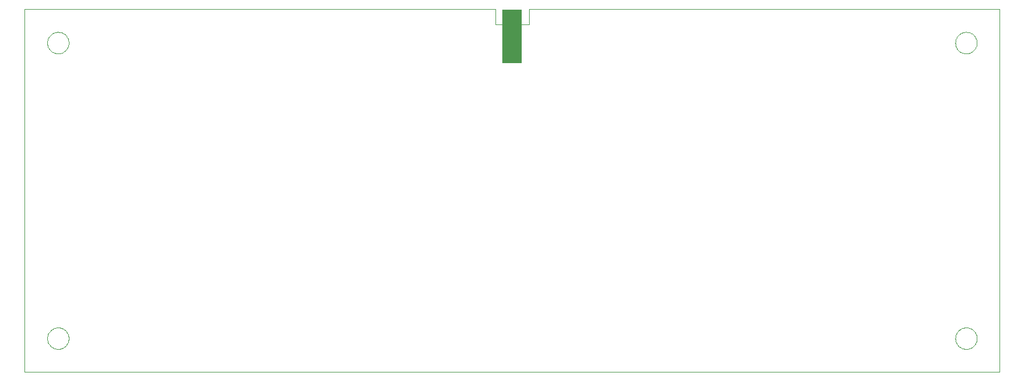
<source format=gbp>
G75*
G70*
%OFA0B0*%
%FSLAX24Y24*%
%IPPOS*%
%LPD*%
%AMOC8*
5,1,8,0,0,1.08239X$1,22.5*
%
%ADD10C,0.0000*%
%ADD11R,0.1181X0.3150*%
D10*
X000232Y000101D02*
X000232Y021361D01*
X027791Y021361D01*
X027791Y020455D01*
X029759Y020455D01*
X029759Y021361D01*
X057318Y021361D01*
X057318Y000101D01*
X000232Y000101D01*
X001570Y002069D02*
X001572Y002119D01*
X001578Y002169D01*
X001588Y002218D01*
X001602Y002266D01*
X001619Y002313D01*
X001640Y002358D01*
X001665Y002402D01*
X001693Y002443D01*
X001725Y002482D01*
X001759Y002519D01*
X001796Y002553D01*
X001836Y002583D01*
X001878Y002610D01*
X001922Y002634D01*
X001968Y002655D01*
X002015Y002671D01*
X002063Y002684D01*
X002113Y002693D01*
X002162Y002698D01*
X002213Y002699D01*
X002263Y002696D01*
X002312Y002689D01*
X002361Y002678D01*
X002409Y002663D01*
X002455Y002645D01*
X002500Y002623D01*
X002543Y002597D01*
X002584Y002568D01*
X002623Y002536D01*
X002659Y002501D01*
X002691Y002463D01*
X002721Y002423D01*
X002748Y002380D01*
X002771Y002336D01*
X002790Y002290D01*
X002806Y002242D01*
X002818Y002193D01*
X002826Y002144D01*
X002830Y002094D01*
X002830Y002044D01*
X002826Y001994D01*
X002818Y001945D01*
X002806Y001896D01*
X002790Y001848D01*
X002771Y001802D01*
X002748Y001758D01*
X002721Y001715D01*
X002691Y001675D01*
X002659Y001637D01*
X002623Y001602D01*
X002584Y001570D01*
X002543Y001541D01*
X002500Y001515D01*
X002455Y001493D01*
X002409Y001475D01*
X002361Y001460D01*
X002312Y001449D01*
X002263Y001442D01*
X002213Y001439D01*
X002162Y001440D01*
X002113Y001445D01*
X002063Y001454D01*
X002015Y001467D01*
X001968Y001483D01*
X001922Y001504D01*
X001878Y001528D01*
X001836Y001555D01*
X001796Y001585D01*
X001759Y001619D01*
X001725Y001656D01*
X001693Y001695D01*
X001665Y001736D01*
X001640Y001780D01*
X001619Y001825D01*
X001602Y001872D01*
X001588Y001920D01*
X001578Y001969D01*
X001572Y002019D01*
X001570Y002069D01*
X001570Y019392D02*
X001572Y019442D01*
X001578Y019492D01*
X001588Y019541D01*
X001602Y019589D01*
X001619Y019636D01*
X001640Y019681D01*
X001665Y019725D01*
X001693Y019766D01*
X001725Y019805D01*
X001759Y019842D01*
X001796Y019876D01*
X001836Y019906D01*
X001878Y019933D01*
X001922Y019957D01*
X001968Y019978D01*
X002015Y019994D01*
X002063Y020007D01*
X002113Y020016D01*
X002162Y020021D01*
X002213Y020022D01*
X002263Y020019D01*
X002312Y020012D01*
X002361Y020001D01*
X002409Y019986D01*
X002455Y019968D01*
X002500Y019946D01*
X002543Y019920D01*
X002584Y019891D01*
X002623Y019859D01*
X002659Y019824D01*
X002691Y019786D01*
X002721Y019746D01*
X002748Y019703D01*
X002771Y019659D01*
X002790Y019613D01*
X002806Y019565D01*
X002818Y019516D01*
X002826Y019467D01*
X002830Y019417D01*
X002830Y019367D01*
X002826Y019317D01*
X002818Y019268D01*
X002806Y019219D01*
X002790Y019171D01*
X002771Y019125D01*
X002748Y019081D01*
X002721Y019038D01*
X002691Y018998D01*
X002659Y018960D01*
X002623Y018925D01*
X002584Y018893D01*
X002543Y018864D01*
X002500Y018838D01*
X002455Y018816D01*
X002409Y018798D01*
X002361Y018783D01*
X002312Y018772D01*
X002263Y018765D01*
X002213Y018762D01*
X002162Y018763D01*
X002113Y018768D01*
X002063Y018777D01*
X002015Y018790D01*
X001968Y018806D01*
X001922Y018827D01*
X001878Y018851D01*
X001836Y018878D01*
X001796Y018908D01*
X001759Y018942D01*
X001725Y018979D01*
X001693Y019018D01*
X001665Y019059D01*
X001640Y019103D01*
X001619Y019148D01*
X001602Y019195D01*
X001588Y019243D01*
X001578Y019292D01*
X001572Y019342D01*
X001570Y019392D01*
X054720Y019392D02*
X054722Y019442D01*
X054728Y019492D01*
X054738Y019541D01*
X054752Y019589D01*
X054769Y019636D01*
X054790Y019681D01*
X054815Y019725D01*
X054843Y019766D01*
X054875Y019805D01*
X054909Y019842D01*
X054946Y019876D01*
X054986Y019906D01*
X055028Y019933D01*
X055072Y019957D01*
X055118Y019978D01*
X055165Y019994D01*
X055213Y020007D01*
X055263Y020016D01*
X055312Y020021D01*
X055363Y020022D01*
X055413Y020019D01*
X055462Y020012D01*
X055511Y020001D01*
X055559Y019986D01*
X055605Y019968D01*
X055650Y019946D01*
X055693Y019920D01*
X055734Y019891D01*
X055773Y019859D01*
X055809Y019824D01*
X055841Y019786D01*
X055871Y019746D01*
X055898Y019703D01*
X055921Y019659D01*
X055940Y019613D01*
X055956Y019565D01*
X055968Y019516D01*
X055976Y019467D01*
X055980Y019417D01*
X055980Y019367D01*
X055976Y019317D01*
X055968Y019268D01*
X055956Y019219D01*
X055940Y019171D01*
X055921Y019125D01*
X055898Y019081D01*
X055871Y019038D01*
X055841Y018998D01*
X055809Y018960D01*
X055773Y018925D01*
X055734Y018893D01*
X055693Y018864D01*
X055650Y018838D01*
X055605Y018816D01*
X055559Y018798D01*
X055511Y018783D01*
X055462Y018772D01*
X055413Y018765D01*
X055363Y018762D01*
X055312Y018763D01*
X055263Y018768D01*
X055213Y018777D01*
X055165Y018790D01*
X055118Y018806D01*
X055072Y018827D01*
X055028Y018851D01*
X054986Y018878D01*
X054946Y018908D01*
X054909Y018942D01*
X054875Y018979D01*
X054843Y019018D01*
X054815Y019059D01*
X054790Y019103D01*
X054769Y019148D01*
X054752Y019195D01*
X054738Y019243D01*
X054728Y019292D01*
X054722Y019342D01*
X054720Y019392D01*
X054720Y002069D02*
X054722Y002119D01*
X054728Y002169D01*
X054738Y002218D01*
X054752Y002266D01*
X054769Y002313D01*
X054790Y002358D01*
X054815Y002402D01*
X054843Y002443D01*
X054875Y002482D01*
X054909Y002519D01*
X054946Y002553D01*
X054986Y002583D01*
X055028Y002610D01*
X055072Y002634D01*
X055118Y002655D01*
X055165Y002671D01*
X055213Y002684D01*
X055263Y002693D01*
X055312Y002698D01*
X055363Y002699D01*
X055413Y002696D01*
X055462Y002689D01*
X055511Y002678D01*
X055559Y002663D01*
X055605Y002645D01*
X055650Y002623D01*
X055693Y002597D01*
X055734Y002568D01*
X055773Y002536D01*
X055809Y002501D01*
X055841Y002463D01*
X055871Y002423D01*
X055898Y002380D01*
X055921Y002336D01*
X055940Y002290D01*
X055956Y002242D01*
X055968Y002193D01*
X055976Y002144D01*
X055980Y002094D01*
X055980Y002044D01*
X055976Y001994D01*
X055968Y001945D01*
X055956Y001896D01*
X055940Y001848D01*
X055921Y001802D01*
X055898Y001758D01*
X055871Y001715D01*
X055841Y001675D01*
X055809Y001637D01*
X055773Y001602D01*
X055734Y001570D01*
X055693Y001541D01*
X055650Y001515D01*
X055605Y001493D01*
X055559Y001475D01*
X055511Y001460D01*
X055462Y001449D01*
X055413Y001442D01*
X055363Y001439D01*
X055312Y001440D01*
X055263Y001445D01*
X055213Y001454D01*
X055165Y001467D01*
X055118Y001483D01*
X055072Y001504D01*
X055028Y001528D01*
X054986Y001555D01*
X054946Y001585D01*
X054909Y001619D01*
X054875Y001656D01*
X054843Y001695D01*
X054815Y001736D01*
X054790Y001780D01*
X054769Y001825D01*
X054752Y001872D01*
X054738Y001920D01*
X054728Y001969D01*
X054722Y002019D01*
X054720Y002069D01*
D11*
X028775Y019776D03*
M02*

</source>
